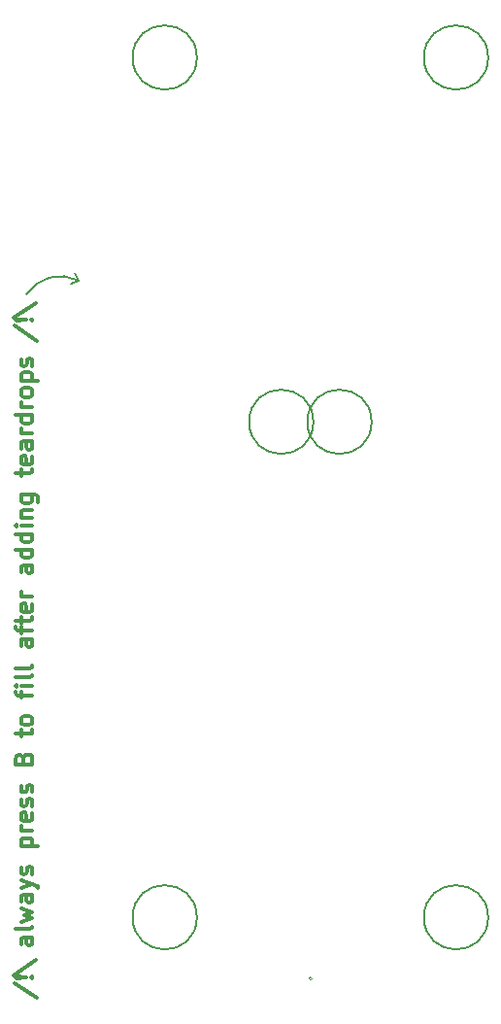
<source format=gbr>
%TF.GenerationSoftware,KiCad,Pcbnew,7.0.9*%
%TF.CreationDate,2024-02-19T16:26:54+08:00*%
%TF.ProjectId,usb3sun,75736233-7375-46e2-9e6b-696361645f70,B0*%
%TF.SameCoordinates,Original*%
%TF.FileFunction,Other,Comment*%
%FSLAX46Y46*%
G04 Gerber Fmt 4.6, Leading zero omitted, Abs format (unit mm)*
G04 Created by KiCad (PCBNEW 7.0.9) date 2024-02-19 16:26:54*
%MOMM*%
%LPD*%
G01*
G04 APERTURE LIST*
%ADD10C,0.150000*%
%ADD11C,0.200000*%
%ADD12C,0.300000*%
%ADD13C,0.100000*%
G04 APERTURE END LIST*
D10*
X58516076Y-58801552D02*
X58198576Y-58166551D01*
D11*
X58516082Y-58801540D02*
G75*
G03*
X53975001Y-60007501I-1587482J-3175060D01*
G01*
D10*
X58516076Y-58801552D02*
X57881076Y-59119051D01*
D12*
X52935476Y-120040611D02*
X54864047Y-121326325D01*
X54364047Y-119540611D02*
X54435476Y-119469182D01*
X54435476Y-119469182D02*
X54506904Y-119540611D01*
X54506904Y-119540611D02*
X54435476Y-119612039D01*
X54435476Y-119612039D02*
X54364047Y-119540611D01*
X54364047Y-119540611D02*
X54506904Y-119540611D01*
X53935476Y-119540611D02*
X53078333Y-119612039D01*
X53078333Y-119612039D02*
X53006904Y-119540611D01*
X53006904Y-119540611D02*
X53078333Y-119469182D01*
X53078333Y-119469182D02*
X53935476Y-119540611D01*
X53935476Y-119540611D02*
X53006904Y-119540611D01*
X52864047Y-119326325D02*
X54792618Y-118040610D01*
X54506904Y-116040611D02*
X53721190Y-116040611D01*
X53721190Y-116040611D02*
X53578333Y-116112039D01*
X53578333Y-116112039D02*
X53506904Y-116254896D01*
X53506904Y-116254896D02*
X53506904Y-116540611D01*
X53506904Y-116540611D02*
X53578333Y-116683468D01*
X54435476Y-116040611D02*
X54506904Y-116183468D01*
X54506904Y-116183468D02*
X54506904Y-116540611D01*
X54506904Y-116540611D02*
X54435476Y-116683468D01*
X54435476Y-116683468D02*
X54292618Y-116754896D01*
X54292618Y-116754896D02*
X54149761Y-116754896D01*
X54149761Y-116754896D02*
X54006904Y-116683468D01*
X54006904Y-116683468D02*
X53935476Y-116540611D01*
X53935476Y-116540611D02*
X53935476Y-116183468D01*
X53935476Y-116183468D02*
X53864047Y-116040611D01*
X54506904Y-115112039D02*
X54435476Y-115254896D01*
X54435476Y-115254896D02*
X54292618Y-115326325D01*
X54292618Y-115326325D02*
X53006904Y-115326325D01*
X53506904Y-114683468D02*
X54506904Y-114397754D01*
X54506904Y-114397754D02*
X53792618Y-114112039D01*
X53792618Y-114112039D02*
X54506904Y-113826325D01*
X54506904Y-113826325D02*
X53506904Y-113540611D01*
X54506904Y-112326325D02*
X53721190Y-112326325D01*
X53721190Y-112326325D02*
X53578333Y-112397753D01*
X53578333Y-112397753D02*
X53506904Y-112540610D01*
X53506904Y-112540610D02*
X53506904Y-112826325D01*
X53506904Y-112826325D02*
X53578333Y-112969182D01*
X54435476Y-112326325D02*
X54506904Y-112469182D01*
X54506904Y-112469182D02*
X54506904Y-112826325D01*
X54506904Y-112826325D02*
X54435476Y-112969182D01*
X54435476Y-112969182D02*
X54292618Y-113040610D01*
X54292618Y-113040610D02*
X54149761Y-113040610D01*
X54149761Y-113040610D02*
X54006904Y-112969182D01*
X54006904Y-112969182D02*
X53935476Y-112826325D01*
X53935476Y-112826325D02*
X53935476Y-112469182D01*
X53935476Y-112469182D02*
X53864047Y-112326325D01*
X53506904Y-111754896D02*
X54506904Y-111397753D01*
X53506904Y-111040610D02*
X54506904Y-111397753D01*
X54506904Y-111397753D02*
X54864047Y-111540610D01*
X54864047Y-111540610D02*
X54935476Y-111612039D01*
X54935476Y-111612039D02*
X55006904Y-111754896D01*
X54435476Y-110540610D02*
X54506904Y-110397753D01*
X54506904Y-110397753D02*
X54506904Y-110112039D01*
X54506904Y-110112039D02*
X54435476Y-109969182D01*
X54435476Y-109969182D02*
X54292618Y-109897753D01*
X54292618Y-109897753D02*
X54221190Y-109897753D01*
X54221190Y-109897753D02*
X54078333Y-109969182D01*
X54078333Y-109969182D02*
X54006904Y-110112039D01*
X54006904Y-110112039D02*
X54006904Y-110326325D01*
X54006904Y-110326325D02*
X53935476Y-110469182D01*
X53935476Y-110469182D02*
X53792618Y-110540610D01*
X53792618Y-110540610D02*
X53721190Y-110540610D01*
X53721190Y-110540610D02*
X53578333Y-110469182D01*
X53578333Y-110469182D02*
X53506904Y-110326325D01*
X53506904Y-110326325D02*
X53506904Y-110112039D01*
X53506904Y-110112039D02*
X53578333Y-109969182D01*
X53506904Y-108112039D02*
X55006904Y-108112039D01*
X53578333Y-108112039D02*
X53506904Y-107969182D01*
X53506904Y-107969182D02*
X53506904Y-107683467D01*
X53506904Y-107683467D02*
X53578333Y-107540610D01*
X53578333Y-107540610D02*
X53649761Y-107469182D01*
X53649761Y-107469182D02*
X53792618Y-107397753D01*
X53792618Y-107397753D02*
X54221190Y-107397753D01*
X54221190Y-107397753D02*
X54364047Y-107469182D01*
X54364047Y-107469182D02*
X54435476Y-107540610D01*
X54435476Y-107540610D02*
X54506904Y-107683467D01*
X54506904Y-107683467D02*
X54506904Y-107969182D01*
X54506904Y-107969182D02*
X54435476Y-108112039D01*
X54506904Y-106754896D02*
X53506904Y-106754896D01*
X53792618Y-106754896D02*
X53649761Y-106683467D01*
X53649761Y-106683467D02*
X53578333Y-106612039D01*
X53578333Y-106612039D02*
X53506904Y-106469181D01*
X53506904Y-106469181D02*
X53506904Y-106326324D01*
X54435476Y-105254896D02*
X54506904Y-105397753D01*
X54506904Y-105397753D02*
X54506904Y-105683468D01*
X54506904Y-105683468D02*
X54435476Y-105826325D01*
X54435476Y-105826325D02*
X54292618Y-105897753D01*
X54292618Y-105897753D02*
X53721190Y-105897753D01*
X53721190Y-105897753D02*
X53578333Y-105826325D01*
X53578333Y-105826325D02*
X53506904Y-105683468D01*
X53506904Y-105683468D02*
X53506904Y-105397753D01*
X53506904Y-105397753D02*
X53578333Y-105254896D01*
X53578333Y-105254896D02*
X53721190Y-105183468D01*
X53721190Y-105183468D02*
X53864047Y-105183468D01*
X53864047Y-105183468D02*
X54006904Y-105897753D01*
X54435476Y-104612039D02*
X54506904Y-104469182D01*
X54506904Y-104469182D02*
X54506904Y-104183468D01*
X54506904Y-104183468D02*
X54435476Y-104040611D01*
X54435476Y-104040611D02*
X54292618Y-103969182D01*
X54292618Y-103969182D02*
X54221190Y-103969182D01*
X54221190Y-103969182D02*
X54078333Y-104040611D01*
X54078333Y-104040611D02*
X54006904Y-104183468D01*
X54006904Y-104183468D02*
X54006904Y-104397754D01*
X54006904Y-104397754D02*
X53935476Y-104540611D01*
X53935476Y-104540611D02*
X53792618Y-104612039D01*
X53792618Y-104612039D02*
X53721190Y-104612039D01*
X53721190Y-104612039D02*
X53578333Y-104540611D01*
X53578333Y-104540611D02*
X53506904Y-104397754D01*
X53506904Y-104397754D02*
X53506904Y-104183468D01*
X53506904Y-104183468D02*
X53578333Y-104040611D01*
X54435476Y-103397753D02*
X54506904Y-103254896D01*
X54506904Y-103254896D02*
X54506904Y-102969182D01*
X54506904Y-102969182D02*
X54435476Y-102826325D01*
X54435476Y-102826325D02*
X54292618Y-102754896D01*
X54292618Y-102754896D02*
X54221190Y-102754896D01*
X54221190Y-102754896D02*
X54078333Y-102826325D01*
X54078333Y-102826325D02*
X54006904Y-102969182D01*
X54006904Y-102969182D02*
X54006904Y-103183468D01*
X54006904Y-103183468D02*
X53935476Y-103326325D01*
X53935476Y-103326325D02*
X53792618Y-103397753D01*
X53792618Y-103397753D02*
X53721190Y-103397753D01*
X53721190Y-103397753D02*
X53578333Y-103326325D01*
X53578333Y-103326325D02*
X53506904Y-103183468D01*
X53506904Y-103183468D02*
X53506904Y-102969182D01*
X53506904Y-102969182D02*
X53578333Y-102826325D01*
X53721190Y-100469182D02*
X53792618Y-100254896D01*
X53792618Y-100254896D02*
X53864047Y-100183467D01*
X53864047Y-100183467D02*
X54006904Y-100112039D01*
X54006904Y-100112039D02*
X54221190Y-100112039D01*
X54221190Y-100112039D02*
X54364047Y-100183467D01*
X54364047Y-100183467D02*
X54435476Y-100254896D01*
X54435476Y-100254896D02*
X54506904Y-100397753D01*
X54506904Y-100397753D02*
X54506904Y-100969182D01*
X54506904Y-100969182D02*
X53006904Y-100969182D01*
X53006904Y-100969182D02*
X53006904Y-100469182D01*
X53006904Y-100469182D02*
X53078333Y-100326325D01*
X53078333Y-100326325D02*
X53149761Y-100254896D01*
X53149761Y-100254896D02*
X53292618Y-100183467D01*
X53292618Y-100183467D02*
X53435476Y-100183467D01*
X53435476Y-100183467D02*
X53578333Y-100254896D01*
X53578333Y-100254896D02*
X53649761Y-100326325D01*
X53649761Y-100326325D02*
X53721190Y-100469182D01*
X53721190Y-100469182D02*
X53721190Y-100969182D01*
X53506904Y-98540610D02*
X53506904Y-97969182D01*
X53006904Y-98326325D02*
X54292618Y-98326325D01*
X54292618Y-98326325D02*
X54435476Y-98254896D01*
X54435476Y-98254896D02*
X54506904Y-98112039D01*
X54506904Y-98112039D02*
X54506904Y-97969182D01*
X54506904Y-97254896D02*
X54435476Y-97397753D01*
X54435476Y-97397753D02*
X54364047Y-97469182D01*
X54364047Y-97469182D02*
X54221190Y-97540610D01*
X54221190Y-97540610D02*
X53792618Y-97540610D01*
X53792618Y-97540610D02*
X53649761Y-97469182D01*
X53649761Y-97469182D02*
X53578333Y-97397753D01*
X53578333Y-97397753D02*
X53506904Y-97254896D01*
X53506904Y-97254896D02*
X53506904Y-97040610D01*
X53506904Y-97040610D02*
X53578333Y-96897753D01*
X53578333Y-96897753D02*
X53649761Y-96826325D01*
X53649761Y-96826325D02*
X53792618Y-96754896D01*
X53792618Y-96754896D02*
X54221190Y-96754896D01*
X54221190Y-96754896D02*
X54364047Y-96826325D01*
X54364047Y-96826325D02*
X54435476Y-96897753D01*
X54435476Y-96897753D02*
X54506904Y-97040610D01*
X54506904Y-97040610D02*
X54506904Y-97254896D01*
X53506904Y-95183467D02*
X53506904Y-94612039D01*
X54506904Y-94969182D02*
X53221190Y-94969182D01*
X53221190Y-94969182D02*
X53078333Y-94897753D01*
X53078333Y-94897753D02*
X53006904Y-94754896D01*
X53006904Y-94754896D02*
X53006904Y-94612039D01*
X54506904Y-94112039D02*
X53506904Y-94112039D01*
X53006904Y-94112039D02*
X53078333Y-94183467D01*
X53078333Y-94183467D02*
X53149761Y-94112039D01*
X53149761Y-94112039D02*
X53078333Y-94040610D01*
X53078333Y-94040610D02*
X53006904Y-94112039D01*
X53006904Y-94112039D02*
X53149761Y-94112039D01*
X54506904Y-93183467D02*
X54435476Y-93326324D01*
X54435476Y-93326324D02*
X54292618Y-93397753D01*
X54292618Y-93397753D02*
X53006904Y-93397753D01*
X54506904Y-92397753D02*
X54435476Y-92540610D01*
X54435476Y-92540610D02*
X54292618Y-92612039D01*
X54292618Y-92612039D02*
X53006904Y-92612039D01*
X54506904Y-90040611D02*
X53721190Y-90040611D01*
X53721190Y-90040611D02*
X53578333Y-90112039D01*
X53578333Y-90112039D02*
X53506904Y-90254896D01*
X53506904Y-90254896D02*
X53506904Y-90540611D01*
X53506904Y-90540611D02*
X53578333Y-90683468D01*
X54435476Y-90040611D02*
X54506904Y-90183468D01*
X54506904Y-90183468D02*
X54506904Y-90540611D01*
X54506904Y-90540611D02*
X54435476Y-90683468D01*
X54435476Y-90683468D02*
X54292618Y-90754896D01*
X54292618Y-90754896D02*
X54149761Y-90754896D01*
X54149761Y-90754896D02*
X54006904Y-90683468D01*
X54006904Y-90683468D02*
X53935476Y-90540611D01*
X53935476Y-90540611D02*
X53935476Y-90183468D01*
X53935476Y-90183468D02*
X53864047Y-90040611D01*
X53506904Y-89540610D02*
X53506904Y-88969182D01*
X54506904Y-89326325D02*
X53221190Y-89326325D01*
X53221190Y-89326325D02*
X53078333Y-89254896D01*
X53078333Y-89254896D02*
X53006904Y-89112039D01*
X53006904Y-89112039D02*
X53006904Y-88969182D01*
X53506904Y-88683467D02*
X53506904Y-88112039D01*
X53006904Y-88469182D02*
X54292618Y-88469182D01*
X54292618Y-88469182D02*
X54435476Y-88397753D01*
X54435476Y-88397753D02*
X54506904Y-88254896D01*
X54506904Y-88254896D02*
X54506904Y-88112039D01*
X54435476Y-87040610D02*
X54506904Y-87183467D01*
X54506904Y-87183467D02*
X54506904Y-87469182D01*
X54506904Y-87469182D02*
X54435476Y-87612039D01*
X54435476Y-87612039D02*
X54292618Y-87683467D01*
X54292618Y-87683467D02*
X53721190Y-87683467D01*
X53721190Y-87683467D02*
X53578333Y-87612039D01*
X53578333Y-87612039D02*
X53506904Y-87469182D01*
X53506904Y-87469182D02*
X53506904Y-87183467D01*
X53506904Y-87183467D02*
X53578333Y-87040610D01*
X53578333Y-87040610D02*
X53721190Y-86969182D01*
X53721190Y-86969182D02*
X53864047Y-86969182D01*
X53864047Y-86969182D02*
X54006904Y-87683467D01*
X54506904Y-86326325D02*
X53506904Y-86326325D01*
X53792618Y-86326325D02*
X53649761Y-86254896D01*
X53649761Y-86254896D02*
X53578333Y-86183468D01*
X53578333Y-86183468D02*
X53506904Y-86040610D01*
X53506904Y-86040610D02*
X53506904Y-85897753D01*
X54506904Y-83612040D02*
X53721190Y-83612040D01*
X53721190Y-83612040D02*
X53578333Y-83683468D01*
X53578333Y-83683468D02*
X53506904Y-83826325D01*
X53506904Y-83826325D02*
X53506904Y-84112040D01*
X53506904Y-84112040D02*
X53578333Y-84254897D01*
X54435476Y-83612040D02*
X54506904Y-83754897D01*
X54506904Y-83754897D02*
X54506904Y-84112040D01*
X54506904Y-84112040D02*
X54435476Y-84254897D01*
X54435476Y-84254897D02*
X54292618Y-84326325D01*
X54292618Y-84326325D02*
X54149761Y-84326325D01*
X54149761Y-84326325D02*
X54006904Y-84254897D01*
X54006904Y-84254897D02*
X53935476Y-84112040D01*
X53935476Y-84112040D02*
X53935476Y-83754897D01*
X53935476Y-83754897D02*
X53864047Y-83612040D01*
X54506904Y-82254897D02*
X53006904Y-82254897D01*
X54435476Y-82254897D02*
X54506904Y-82397754D01*
X54506904Y-82397754D02*
X54506904Y-82683468D01*
X54506904Y-82683468D02*
X54435476Y-82826325D01*
X54435476Y-82826325D02*
X54364047Y-82897754D01*
X54364047Y-82897754D02*
X54221190Y-82969182D01*
X54221190Y-82969182D02*
X53792618Y-82969182D01*
X53792618Y-82969182D02*
X53649761Y-82897754D01*
X53649761Y-82897754D02*
X53578333Y-82826325D01*
X53578333Y-82826325D02*
X53506904Y-82683468D01*
X53506904Y-82683468D02*
X53506904Y-82397754D01*
X53506904Y-82397754D02*
X53578333Y-82254897D01*
X54506904Y-80897754D02*
X53006904Y-80897754D01*
X54435476Y-80897754D02*
X54506904Y-81040611D01*
X54506904Y-81040611D02*
X54506904Y-81326325D01*
X54506904Y-81326325D02*
X54435476Y-81469182D01*
X54435476Y-81469182D02*
X54364047Y-81540611D01*
X54364047Y-81540611D02*
X54221190Y-81612039D01*
X54221190Y-81612039D02*
X53792618Y-81612039D01*
X53792618Y-81612039D02*
X53649761Y-81540611D01*
X53649761Y-81540611D02*
X53578333Y-81469182D01*
X53578333Y-81469182D02*
X53506904Y-81326325D01*
X53506904Y-81326325D02*
X53506904Y-81040611D01*
X53506904Y-81040611D02*
X53578333Y-80897754D01*
X54506904Y-80183468D02*
X53506904Y-80183468D01*
X53006904Y-80183468D02*
X53078333Y-80254896D01*
X53078333Y-80254896D02*
X53149761Y-80183468D01*
X53149761Y-80183468D02*
X53078333Y-80112039D01*
X53078333Y-80112039D02*
X53006904Y-80183468D01*
X53006904Y-80183468D02*
X53149761Y-80183468D01*
X53506904Y-79469182D02*
X54506904Y-79469182D01*
X53649761Y-79469182D02*
X53578333Y-79397753D01*
X53578333Y-79397753D02*
X53506904Y-79254896D01*
X53506904Y-79254896D02*
X53506904Y-79040610D01*
X53506904Y-79040610D02*
X53578333Y-78897753D01*
X53578333Y-78897753D02*
X53721190Y-78826325D01*
X53721190Y-78826325D02*
X54506904Y-78826325D01*
X53506904Y-77469182D02*
X54721190Y-77469182D01*
X54721190Y-77469182D02*
X54864047Y-77540610D01*
X54864047Y-77540610D02*
X54935476Y-77612039D01*
X54935476Y-77612039D02*
X55006904Y-77754896D01*
X55006904Y-77754896D02*
X55006904Y-77969182D01*
X55006904Y-77969182D02*
X54935476Y-78112039D01*
X54435476Y-77469182D02*
X54506904Y-77612039D01*
X54506904Y-77612039D02*
X54506904Y-77897753D01*
X54506904Y-77897753D02*
X54435476Y-78040610D01*
X54435476Y-78040610D02*
X54364047Y-78112039D01*
X54364047Y-78112039D02*
X54221190Y-78183467D01*
X54221190Y-78183467D02*
X53792618Y-78183467D01*
X53792618Y-78183467D02*
X53649761Y-78112039D01*
X53649761Y-78112039D02*
X53578333Y-78040610D01*
X53578333Y-78040610D02*
X53506904Y-77897753D01*
X53506904Y-77897753D02*
X53506904Y-77612039D01*
X53506904Y-77612039D02*
X53578333Y-77469182D01*
X53506904Y-75826324D02*
X53506904Y-75254896D01*
X53006904Y-75612039D02*
X54292618Y-75612039D01*
X54292618Y-75612039D02*
X54435476Y-75540610D01*
X54435476Y-75540610D02*
X54506904Y-75397753D01*
X54506904Y-75397753D02*
X54506904Y-75254896D01*
X54435476Y-74183467D02*
X54506904Y-74326324D01*
X54506904Y-74326324D02*
X54506904Y-74612039D01*
X54506904Y-74612039D02*
X54435476Y-74754896D01*
X54435476Y-74754896D02*
X54292618Y-74826324D01*
X54292618Y-74826324D02*
X53721190Y-74826324D01*
X53721190Y-74826324D02*
X53578333Y-74754896D01*
X53578333Y-74754896D02*
X53506904Y-74612039D01*
X53506904Y-74612039D02*
X53506904Y-74326324D01*
X53506904Y-74326324D02*
X53578333Y-74183467D01*
X53578333Y-74183467D02*
X53721190Y-74112039D01*
X53721190Y-74112039D02*
X53864047Y-74112039D01*
X53864047Y-74112039D02*
X54006904Y-74826324D01*
X54506904Y-72826325D02*
X53721190Y-72826325D01*
X53721190Y-72826325D02*
X53578333Y-72897753D01*
X53578333Y-72897753D02*
X53506904Y-73040610D01*
X53506904Y-73040610D02*
X53506904Y-73326325D01*
X53506904Y-73326325D02*
X53578333Y-73469182D01*
X54435476Y-72826325D02*
X54506904Y-72969182D01*
X54506904Y-72969182D02*
X54506904Y-73326325D01*
X54506904Y-73326325D02*
X54435476Y-73469182D01*
X54435476Y-73469182D02*
X54292618Y-73540610D01*
X54292618Y-73540610D02*
X54149761Y-73540610D01*
X54149761Y-73540610D02*
X54006904Y-73469182D01*
X54006904Y-73469182D02*
X53935476Y-73326325D01*
X53935476Y-73326325D02*
X53935476Y-72969182D01*
X53935476Y-72969182D02*
X53864047Y-72826325D01*
X54506904Y-72112039D02*
X53506904Y-72112039D01*
X53792618Y-72112039D02*
X53649761Y-72040610D01*
X53649761Y-72040610D02*
X53578333Y-71969182D01*
X53578333Y-71969182D02*
X53506904Y-71826324D01*
X53506904Y-71826324D02*
X53506904Y-71683467D01*
X54506904Y-70540611D02*
X53006904Y-70540611D01*
X54435476Y-70540611D02*
X54506904Y-70683468D01*
X54506904Y-70683468D02*
X54506904Y-70969182D01*
X54506904Y-70969182D02*
X54435476Y-71112039D01*
X54435476Y-71112039D02*
X54364047Y-71183468D01*
X54364047Y-71183468D02*
X54221190Y-71254896D01*
X54221190Y-71254896D02*
X53792618Y-71254896D01*
X53792618Y-71254896D02*
X53649761Y-71183468D01*
X53649761Y-71183468D02*
X53578333Y-71112039D01*
X53578333Y-71112039D02*
X53506904Y-70969182D01*
X53506904Y-70969182D02*
X53506904Y-70683468D01*
X53506904Y-70683468D02*
X53578333Y-70540611D01*
X54506904Y-69826325D02*
X53506904Y-69826325D01*
X53792618Y-69826325D02*
X53649761Y-69754896D01*
X53649761Y-69754896D02*
X53578333Y-69683468D01*
X53578333Y-69683468D02*
X53506904Y-69540610D01*
X53506904Y-69540610D02*
X53506904Y-69397753D01*
X54506904Y-68683468D02*
X54435476Y-68826325D01*
X54435476Y-68826325D02*
X54364047Y-68897754D01*
X54364047Y-68897754D02*
X54221190Y-68969182D01*
X54221190Y-68969182D02*
X53792618Y-68969182D01*
X53792618Y-68969182D02*
X53649761Y-68897754D01*
X53649761Y-68897754D02*
X53578333Y-68826325D01*
X53578333Y-68826325D02*
X53506904Y-68683468D01*
X53506904Y-68683468D02*
X53506904Y-68469182D01*
X53506904Y-68469182D02*
X53578333Y-68326325D01*
X53578333Y-68326325D02*
X53649761Y-68254897D01*
X53649761Y-68254897D02*
X53792618Y-68183468D01*
X53792618Y-68183468D02*
X54221190Y-68183468D01*
X54221190Y-68183468D02*
X54364047Y-68254897D01*
X54364047Y-68254897D02*
X54435476Y-68326325D01*
X54435476Y-68326325D02*
X54506904Y-68469182D01*
X54506904Y-68469182D02*
X54506904Y-68683468D01*
X53506904Y-67540611D02*
X55006904Y-67540611D01*
X53578333Y-67540611D02*
X53506904Y-67397754D01*
X53506904Y-67397754D02*
X53506904Y-67112039D01*
X53506904Y-67112039D02*
X53578333Y-66969182D01*
X53578333Y-66969182D02*
X53649761Y-66897754D01*
X53649761Y-66897754D02*
X53792618Y-66826325D01*
X53792618Y-66826325D02*
X54221190Y-66826325D01*
X54221190Y-66826325D02*
X54364047Y-66897754D01*
X54364047Y-66897754D02*
X54435476Y-66969182D01*
X54435476Y-66969182D02*
X54506904Y-67112039D01*
X54506904Y-67112039D02*
X54506904Y-67397754D01*
X54506904Y-67397754D02*
X54435476Y-67540611D01*
X54435476Y-66254896D02*
X54506904Y-66112039D01*
X54506904Y-66112039D02*
X54506904Y-65826325D01*
X54506904Y-65826325D02*
X54435476Y-65683468D01*
X54435476Y-65683468D02*
X54292618Y-65612039D01*
X54292618Y-65612039D02*
X54221190Y-65612039D01*
X54221190Y-65612039D02*
X54078333Y-65683468D01*
X54078333Y-65683468D02*
X54006904Y-65826325D01*
X54006904Y-65826325D02*
X54006904Y-66040611D01*
X54006904Y-66040611D02*
X53935476Y-66183468D01*
X53935476Y-66183468D02*
X53792618Y-66254896D01*
X53792618Y-66254896D02*
X53721190Y-66254896D01*
X53721190Y-66254896D02*
X53578333Y-66183468D01*
X53578333Y-66183468D02*
X53506904Y-66040611D01*
X53506904Y-66040611D02*
X53506904Y-65826325D01*
X53506904Y-65826325D02*
X53578333Y-65683468D01*
X52935476Y-62754896D02*
X54864047Y-64040610D01*
X54364047Y-62254896D02*
X54435476Y-62183467D01*
X54435476Y-62183467D02*
X54506904Y-62254896D01*
X54506904Y-62254896D02*
X54435476Y-62326324D01*
X54435476Y-62326324D02*
X54364047Y-62254896D01*
X54364047Y-62254896D02*
X54506904Y-62254896D01*
X53935476Y-62254896D02*
X53078333Y-62326324D01*
X53078333Y-62326324D02*
X53006904Y-62254896D01*
X53006904Y-62254896D02*
X53078333Y-62183467D01*
X53078333Y-62183467D02*
X53935476Y-62254896D01*
X53935476Y-62254896D02*
X53006904Y-62254896D01*
X52864047Y-62040610D02*
X54792618Y-60754895D01*
D13*
%TO.C,J2*%
X78881421Y-119650000D02*
G75*
G03*
X78881421Y-119650000I-141421J0D01*
G01*
D10*
%TO.C,H6*%
X84080000Y-71120000D02*
G75*
G03*
X84080000Y-71120000I-2800000J0D01*
G01*
%TO.C,H5*%
X79000000Y-71120000D02*
G75*
G03*
X79000000Y-71120000I-2800000J0D01*
G01*
%TO.C,H4*%
X94240000Y-39370000D02*
G75*
G03*
X94240000Y-39370000I-2800000J0D01*
G01*
%TO.C,H3*%
X94240000Y-114300000D02*
G75*
G03*
X94240000Y-114300000I-2800000J0D01*
G01*
%TO.C,H1*%
X68840000Y-39370000D02*
G75*
G03*
X68840000Y-39370000I-2800000J0D01*
G01*
%TO.C,H2*%
X68840000Y-114300000D02*
G75*
G03*
X68840000Y-114300000I-2800000J0D01*
G01*
%TD*%
M02*

</source>
